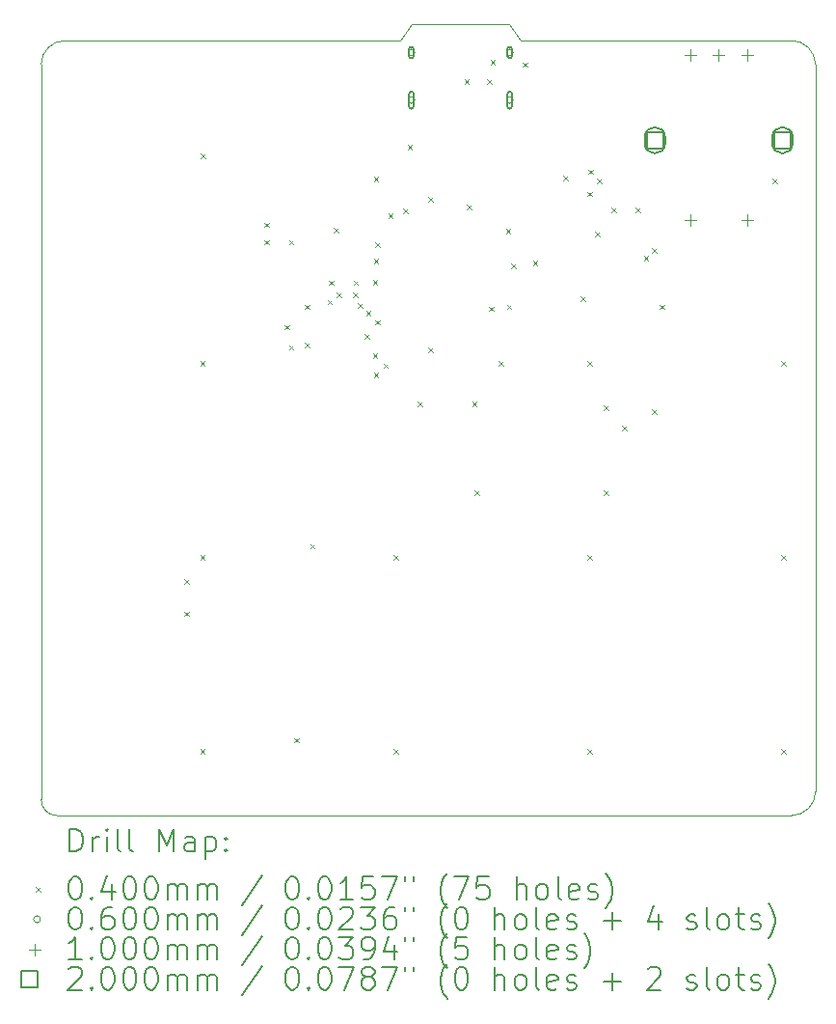
<source format=gbr>
%FSLAX45Y45*%
G04 Gerber Fmt 4.5, Leading zero omitted, Abs format (unit mm)*
G04 Created by KiCad (PCBNEW (6.0.4-0)) date 2023-09-21 22:39:34*
%MOMM*%
%LPD*%
G01*
G04 APERTURE LIST*
%TA.AperFunction,Profile*%
%ADD10C,0.100000*%
%TD*%
%ADD11C,0.200000*%
%ADD12C,0.040000*%
%ADD13C,0.060000*%
%ADD14C,0.100000*%
G04 APERTURE END LIST*
D10*
X7649996Y-1487496D02*
G75*
G03*
X7437496Y-1699999I4J-212504D01*
G01*
X14237491Y-1699999D02*
G75*
G03*
X14024993Y-1487499I-212501J-1D01*
G01*
X11545828Y-1345833D02*
X11652078Y-1487499D01*
X10589578Y-1487499D02*
X10554162Y-1487499D01*
X7437496Y-8145829D02*
X7437496Y-1699999D01*
X7649996Y-1487499D02*
X10554162Y-1487499D01*
X11687494Y-1487499D02*
X14024993Y-1487499D01*
X14237493Y-1699999D02*
X14237493Y-8074996D01*
X11687494Y-1487499D02*
X11652078Y-1487499D01*
X14024993Y-8287496D02*
X7579163Y-8287496D01*
X14024993Y-8287503D02*
G75*
G03*
X14237493Y-8074996I-3J212503D01*
G01*
X10589578Y-1487499D02*
X10695828Y-1345833D01*
X10695828Y-1345833D02*
X11545828Y-1345833D01*
X7437494Y-8145829D02*
G75*
G03*
X7579163Y-8287496I141666J-1D01*
G01*
D11*
D12*
X8692496Y-6213330D02*
X8732496Y-6253330D01*
X8732496Y-6213330D02*
X8692496Y-6253330D01*
X8692496Y-6496664D02*
X8732496Y-6536664D01*
X8732496Y-6496664D02*
X8692496Y-6536664D01*
X8834163Y-4300831D02*
X8874163Y-4340831D01*
X8874163Y-4300831D02*
X8834163Y-4340831D01*
X8834163Y-6000830D02*
X8874163Y-6040830D01*
X8874163Y-6000830D02*
X8834163Y-6040830D01*
X8834163Y-7700830D02*
X8874163Y-7740830D01*
X8874163Y-7700830D02*
X8834163Y-7740830D01*
X8840000Y-2480000D02*
X8880000Y-2520000D01*
X8880000Y-2480000D02*
X8840000Y-2520000D01*
X9400829Y-3083780D02*
X9440829Y-3123780D01*
X9440829Y-3083780D02*
X9400829Y-3123780D01*
X9400829Y-3238332D02*
X9440829Y-3278332D01*
X9440829Y-3238332D02*
X9400829Y-3278332D01*
X9578453Y-3982622D02*
X9618453Y-4022622D01*
X9618453Y-3982622D02*
X9578453Y-4022622D01*
X9613329Y-3238332D02*
X9653329Y-3278332D01*
X9653329Y-3238332D02*
X9613329Y-3278332D01*
X9613329Y-4159165D02*
X9653329Y-4199165D01*
X9653329Y-4159165D02*
X9613329Y-4199165D01*
X9659210Y-7605044D02*
X9699210Y-7645044D01*
X9699210Y-7605044D02*
X9659210Y-7645044D01*
X9754995Y-3804998D02*
X9794995Y-3844998D01*
X9794995Y-3804998D02*
X9754995Y-3844998D01*
X9754995Y-4137498D02*
X9794995Y-4177498D01*
X9794995Y-4137498D02*
X9754995Y-4177498D01*
X9800877Y-5905045D02*
X9840877Y-5945045D01*
X9840877Y-5905045D02*
X9800877Y-5945045D01*
X9953542Y-3761219D02*
X9993542Y-3801219D01*
X9993542Y-3761219D02*
X9953542Y-3801219D01*
X9967495Y-3592498D02*
X10007495Y-3632498D01*
X10007495Y-3592498D02*
X9967495Y-3632498D01*
X10006227Y-3128767D02*
X10046227Y-3168767D01*
X10046227Y-3128767D02*
X10006227Y-3168767D01*
X10032550Y-3700000D02*
X10072550Y-3740000D01*
X10072550Y-3700000D02*
X10032550Y-3740000D01*
X10177450Y-3700000D02*
X10217450Y-3740000D01*
X10217450Y-3700000D02*
X10177450Y-3740000D01*
X10179995Y-3592498D02*
X10219995Y-3632498D01*
X10219995Y-3592498D02*
X10179995Y-3632498D01*
X10219726Y-3790569D02*
X10259726Y-3830569D01*
X10259726Y-3790569D02*
X10219726Y-3830569D01*
X10280000Y-4060000D02*
X10320000Y-4100000D01*
X10320000Y-4060000D02*
X10280000Y-4100000D01*
X10290401Y-3861245D02*
X10330401Y-3901245D01*
X10330401Y-3861245D02*
X10290401Y-3901245D01*
X10350360Y-3586149D02*
X10390360Y-3626149D01*
X10390360Y-3586149D02*
X10350360Y-3626149D01*
X10350538Y-4229462D02*
X10390538Y-4269462D01*
X10390538Y-4229462D02*
X10350538Y-4269462D01*
X10360000Y-2680000D02*
X10400000Y-2720000D01*
X10400000Y-2680000D02*
X10360000Y-2720000D01*
X10360000Y-3402450D02*
X10400000Y-3442450D01*
X10400000Y-3402450D02*
X10360000Y-3442450D01*
X10360000Y-4400000D02*
X10400000Y-4440000D01*
X10400000Y-4400000D02*
X10360000Y-4440000D01*
X10368755Y-3939598D02*
X10408755Y-3979598D01*
X10408755Y-3939598D02*
X10368755Y-3979598D01*
X10370000Y-3257550D02*
X10410000Y-3297550D01*
X10410000Y-3257550D02*
X10370000Y-3297550D01*
X10442618Y-4321542D02*
X10482618Y-4361542D01*
X10482618Y-4321542D02*
X10442618Y-4361542D01*
X10484945Y-3002000D02*
X10524945Y-3042000D01*
X10524945Y-3002000D02*
X10484945Y-3042000D01*
X10534162Y-6000830D02*
X10574162Y-6040830D01*
X10574162Y-6000830D02*
X10534162Y-6040830D01*
X10534162Y-7700830D02*
X10574162Y-7740830D01*
X10574162Y-7700830D02*
X10534162Y-7740830D01*
X10615641Y-2959079D02*
X10655641Y-2999079D01*
X10655641Y-2959079D02*
X10615641Y-2999079D01*
X10656000Y-2402000D02*
X10696000Y-2442000D01*
X10696000Y-2402000D02*
X10656000Y-2442000D01*
X10746662Y-4654998D02*
X10786662Y-4694998D01*
X10786662Y-4654998D02*
X10746662Y-4694998D01*
X10839995Y-2857550D02*
X10879995Y-2897550D01*
X10879995Y-2857550D02*
X10839995Y-2897550D01*
X10840000Y-4180000D02*
X10880000Y-4220000D01*
X10880000Y-4180000D02*
X10840000Y-4220000D01*
X11155000Y-1830000D02*
X11195000Y-1870000D01*
X11195000Y-1830000D02*
X11155000Y-1870000D01*
X11173898Y-2930000D02*
X11213898Y-2970000D01*
X11213898Y-2930000D02*
X11173898Y-2970000D01*
X11222541Y-4654998D02*
X11262541Y-4694998D01*
X11262541Y-4654998D02*
X11222541Y-4694998D01*
X11242495Y-5434164D02*
X11282495Y-5474164D01*
X11282495Y-5434164D02*
X11242495Y-5474164D01*
X11355000Y-1830000D02*
X11395000Y-1870000D01*
X11395000Y-1830000D02*
X11355000Y-1870000D01*
X11368359Y-3820822D02*
X11408359Y-3860822D01*
X11408359Y-3820822D02*
X11368359Y-3860822D01*
X11384161Y-1657550D02*
X11424161Y-1697550D01*
X11424161Y-1657550D02*
X11384161Y-1697550D01*
X11455011Y-4300837D02*
X11495011Y-4340837D01*
X11495011Y-4300837D02*
X11455011Y-4340837D01*
X11520000Y-3141450D02*
X11560000Y-3181450D01*
X11560000Y-3141450D02*
X11520000Y-3181450D01*
X11527445Y-3804998D02*
X11567445Y-3844998D01*
X11567445Y-3804998D02*
X11527445Y-3844998D01*
X11563836Y-3443836D02*
X11603836Y-3483836D01*
X11603836Y-3443836D02*
X11563836Y-3483836D01*
X11667494Y-1679999D02*
X11707494Y-1719999D01*
X11707494Y-1679999D02*
X11667494Y-1719999D01*
X11756009Y-3420000D02*
X11796009Y-3460000D01*
X11796009Y-3420000D02*
X11756009Y-3460000D01*
X12021661Y-2671665D02*
X12061661Y-2711665D01*
X12061661Y-2671665D02*
X12021661Y-2711665D01*
X12173449Y-3732135D02*
X12213449Y-3772135D01*
X12213449Y-3732135D02*
X12173449Y-3772135D01*
X12234161Y-2813332D02*
X12274161Y-2853332D01*
X12274161Y-2813332D02*
X12234161Y-2853332D01*
X12234161Y-4300831D02*
X12274161Y-4340831D01*
X12274161Y-4300831D02*
X12234161Y-4340831D01*
X12234161Y-6000830D02*
X12274161Y-6040830D01*
X12274161Y-6000830D02*
X12234161Y-6040830D01*
X12234161Y-7700830D02*
X12274161Y-7740830D01*
X12274161Y-7700830D02*
X12234161Y-7740830D01*
X12240000Y-2620000D02*
X12280000Y-2660000D01*
X12280000Y-2620000D02*
X12240000Y-2660000D01*
X12304994Y-3167498D02*
X12344994Y-3207498D01*
X12344994Y-3167498D02*
X12304994Y-3207498D01*
X12320000Y-2700000D02*
X12360000Y-2740000D01*
X12360000Y-2700000D02*
X12320000Y-2740000D01*
X12375827Y-4690098D02*
X12415827Y-4730098D01*
X12415827Y-4690098D02*
X12375827Y-4730098D01*
X12375827Y-5434164D02*
X12415827Y-5474164D01*
X12415827Y-5434164D02*
X12375827Y-5474164D01*
X12446661Y-2954999D02*
X12486661Y-2994999D01*
X12486661Y-2954999D02*
X12446661Y-2994999D01*
X12540000Y-4869950D02*
X12580000Y-4909950D01*
X12580000Y-4869950D02*
X12540000Y-4909950D01*
X12659161Y-2954999D02*
X12699161Y-2994999D01*
X12699161Y-2954999D02*
X12659161Y-2994999D01*
X12729994Y-3379998D02*
X12769994Y-3419998D01*
X12769994Y-3379998D02*
X12729994Y-3419998D01*
X12800827Y-3309165D02*
X12840827Y-3349165D01*
X12840827Y-3309165D02*
X12800827Y-3349165D01*
X12800845Y-4725838D02*
X12840845Y-4765838D01*
X12840845Y-4725838D02*
X12800845Y-4765838D01*
X12871661Y-3804998D02*
X12911661Y-3844998D01*
X12911661Y-3804998D02*
X12871661Y-3844998D01*
X13860000Y-2700000D02*
X13900000Y-2740000D01*
X13900000Y-2700000D02*
X13860000Y-2740000D01*
X13934160Y-4300831D02*
X13974160Y-4340831D01*
X13974160Y-4300831D02*
X13934160Y-4340831D01*
X13934160Y-6000830D02*
X13974160Y-6040830D01*
X13974160Y-6000830D02*
X13934160Y-6040830D01*
X13934160Y-7700830D02*
X13974160Y-7740830D01*
X13974160Y-7700830D02*
X13934160Y-7740830D01*
D13*
X10718828Y-1592499D02*
G75*
G03*
X10718828Y-1592499I-30000J0D01*
G01*
D11*
X10668828Y-1562499D02*
X10668828Y-1622499D01*
X10708828Y-1562499D02*
X10708828Y-1622499D01*
X10668828Y-1622499D02*
G75*
G03*
X10708828Y-1622499I20000J0D01*
G01*
X10708828Y-1562499D02*
G75*
G03*
X10668828Y-1562499I-20000J0D01*
G01*
D13*
X10718828Y-2010499D02*
G75*
G03*
X10718828Y-2010499I-30000J0D01*
G01*
D11*
X10668828Y-1955499D02*
X10668828Y-2065499D01*
X10708828Y-1955499D02*
X10708828Y-2065499D01*
X10668828Y-2065499D02*
G75*
G03*
X10708828Y-2065499I20000J0D01*
G01*
X10708828Y-1955499D02*
G75*
G03*
X10668828Y-1955499I-20000J0D01*
G01*
D13*
X11582828Y-1592499D02*
G75*
G03*
X11582828Y-1592499I-30000J0D01*
G01*
D11*
X11532828Y-1562499D02*
X11532828Y-1622499D01*
X11572828Y-1562499D02*
X11572828Y-1622499D01*
X11532828Y-1622499D02*
G75*
G03*
X11572828Y-1622499I20000J0D01*
G01*
X11572828Y-1562499D02*
G75*
G03*
X11532828Y-1562499I-20000J0D01*
G01*
D13*
X11582828Y-2010499D02*
G75*
G03*
X11582828Y-2010499I-30000J0D01*
G01*
D11*
X11532828Y-1955499D02*
X11532828Y-2065499D01*
X11572828Y-1955499D02*
X11572828Y-2065499D01*
X11532828Y-2065499D02*
G75*
G03*
X11572828Y-2065499I20000J0D01*
G01*
X11572828Y-1955499D02*
G75*
G03*
X11532828Y-1955499I-20000J0D01*
G01*
D14*
X13137513Y-1562502D02*
X13137513Y-1662502D01*
X13087513Y-1612502D02*
X13187513Y-1612502D01*
X13137513Y-3012502D02*
X13137513Y-3112502D01*
X13087513Y-3062502D02*
X13187513Y-3062502D01*
X13387513Y-1562502D02*
X13387513Y-1662502D01*
X13337513Y-1612502D02*
X13437513Y-1612502D01*
X13637513Y-1562502D02*
X13637513Y-1662502D01*
X13587513Y-1612502D02*
X13687513Y-1612502D01*
X13637513Y-3012502D02*
X13637513Y-3112502D01*
X13587513Y-3062502D02*
X13687513Y-3062502D01*
D11*
X12898224Y-2433214D02*
X12898224Y-2291791D01*
X12756801Y-2291791D01*
X12756801Y-2433214D01*
X12898224Y-2433214D01*
X12737513Y-2337502D02*
X12737513Y-2387502D01*
X12917513Y-2337502D02*
X12917513Y-2387502D01*
X12737513Y-2387502D02*
G75*
G03*
X12917513Y-2387502I90000J0D01*
G01*
X12917513Y-2337502D02*
G75*
G03*
X12737513Y-2337502I-90000J0D01*
G01*
X14018224Y-2433214D02*
X14018224Y-2291791D01*
X13876801Y-2291791D01*
X13876801Y-2433214D01*
X14018224Y-2433214D01*
X13857513Y-2337502D02*
X13857513Y-2387502D01*
X14037513Y-2337502D02*
X14037513Y-2387502D01*
X13857513Y-2387502D02*
G75*
G03*
X14037513Y-2387502I90000J0D01*
G01*
X14037513Y-2337502D02*
G75*
G03*
X13857513Y-2337502I-90000J0D01*
G01*
X7690115Y-8602972D02*
X7690115Y-8402972D01*
X7737734Y-8402972D01*
X7766306Y-8412496D01*
X7785354Y-8431544D01*
X7794877Y-8450591D01*
X7804401Y-8488687D01*
X7804401Y-8517258D01*
X7794877Y-8555353D01*
X7785354Y-8574401D01*
X7766306Y-8593448D01*
X7737734Y-8602972D01*
X7690115Y-8602972D01*
X7890115Y-8602972D02*
X7890115Y-8469639D01*
X7890115Y-8507734D02*
X7899639Y-8488687D01*
X7909163Y-8479163D01*
X7928211Y-8469639D01*
X7947258Y-8469639D01*
X8013925Y-8602972D02*
X8013925Y-8469639D01*
X8013925Y-8402972D02*
X8004401Y-8412496D01*
X8013925Y-8422020D01*
X8023449Y-8412496D01*
X8013925Y-8402972D01*
X8013925Y-8422020D01*
X8137734Y-8602972D02*
X8118687Y-8593448D01*
X8109163Y-8574401D01*
X8109163Y-8402972D01*
X8242496Y-8602972D02*
X8223449Y-8593448D01*
X8213925Y-8574401D01*
X8213925Y-8402972D01*
X8471068Y-8602972D02*
X8471068Y-8402972D01*
X8537735Y-8545829D01*
X8604401Y-8402972D01*
X8604401Y-8602972D01*
X8785354Y-8602972D02*
X8785354Y-8498210D01*
X8775830Y-8479163D01*
X8756782Y-8469639D01*
X8718687Y-8469639D01*
X8699639Y-8479163D01*
X8785354Y-8593448D02*
X8766306Y-8602972D01*
X8718687Y-8602972D01*
X8699639Y-8593448D01*
X8690116Y-8574401D01*
X8690116Y-8555353D01*
X8699639Y-8536306D01*
X8718687Y-8526782D01*
X8766306Y-8526782D01*
X8785354Y-8517258D01*
X8880592Y-8469639D02*
X8880592Y-8669639D01*
X8880592Y-8479163D02*
X8899639Y-8469639D01*
X8937735Y-8469639D01*
X8956782Y-8479163D01*
X8966306Y-8488687D01*
X8975830Y-8507734D01*
X8975830Y-8564877D01*
X8966306Y-8583925D01*
X8956782Y-8593448D01*
X8937735Y-8602972D01*
X8899639Y-8602972D01*
X8880592Y-8593448D01*
X9061544Y-8583925D02*
X9071068Y-8593448D01*
X9061544Y-8602972D01*
X9052020Y-8593448D01*
X9061544Y-8583925D01*
X9061544Y-8602972D01*
X9061544Y-8479163D02*
X9071068Y-8488687D01*
X9061544Y-8498210D01*
X9052020Y-8488687D01*
X9061544Y-8479163D01*
X9061544Y-8498210D01*
D12*
X7392496Y-8912496D02*
X7432496Y-8952496D01*
X7432496Y-8912496D02*
X7392496Y-8952496D01*
D11*
X7728211Y-8822972D02*
X7747258Y-8822972D01*
X7766306Y-8832496D01*
X7775830Y-8842020D01*
X7785354Y-8861068D01*
X7794877Y-8899163D01*
X7794877Y-8946782D01*
X7785354Y-8984877D01*
X7775830Y-9003925D01*
X7766306Y-9013448D01*
X7747258Y-9022972D01*
X7728211Y-9022972D01*
X7709163Y-9013448D01*
X7699639Y-9003925D01*
X7690115Y-8984877D01*
X7680592Y-8946782D01*
X7680592Y-8899163D01*
X7690115Y-8861068D01*
X7699639Y-8842020D01*
X7709163Y-8832496D01*
X7728211Y-8822972D01*
X7880592Y-9003925D02*
X7890115Y-9013448D01*
X7880592Y-9022972D01*
X7871068Y-9013448D01*
X7880592Y-9003925D01*
X7880592Y-9022972D01*
X8061544Y-8889639D02*
X8061544Y-9022972D01*
X8013925Y-8813448D02*
X7966306Y-8956306D01*
X8090115Y-8956306D01*
X8204401Y-8822972D02*
X8223449Y-8822972D01*
X8242496Y-8832496D01*
X8252020Y-8842020D01*
X8261544Y-8861068D01*
X8271068Y-8899163D01*
X8271068Y-8946782D01*
X8261544Y-8984877D01*
X8252020Y-9003925D01*
X8242496Y-9013448D01*
X8223449Y-9022972D01*
X8204401Y-9022972D01*
X8185354Y-9013448D01*
X8175830Y-9003925D01*
X8166306Y-8984877D01*
X8156782Y-8946782D01*
X8156782Y-8899163D01*
X8166306Y-8861068D01*
X8175830Y-8842020D01*
X8185354Y-8832496D01*
X8204401Y-8822972D01*
X8394877Y-8822972D02*
X8413925Y-8822972D01*
X8432973Y-8832496D01*
X8442497Y-8842020D01*
X8452020Y-8861068D01*
X8461544Y-8899163D01*
X8461544Y-8946782D01*
X8452020Y-8984877D01*
X8442497Y-9003925D01*
X8432973Y-9013448D01*
X8413925Y-9022972D01*
X8394877Y-9022972D01*
X8375830Y-9013448D01*
X8366306Y-9003925D01*
X8356782Y-8984877D01*
X8347258Y-8946782D01*
X8347258Y-8899163D01*
X8356782Y-8861068D01*
X8366306Y-8842020D01*
X8375830Y-8832496D01*
X8394877Y-8822972D01*
X8547258Y-9022972D02*
X8547258Y-8889639D01*
X8547258Y-8908687D02*
X8556782Y-8899163D01*
X8575830Y-8889639D01*
X8604401Y-8889639D01*
X8623449Y-8899163D01*
X8632973Y-8918210D01*
X8632973Y-9022972D01*
X8632973Y-8918210D02*
X8642497Y-8899163D01*
X8661544Y-8889639D01*
X8690116Y-8889639D01*
X8709163Y-8899163D01*
X8718687Y-8918210D01*
X8718687Y-9022972D01*
X8813925Y-9022972D02*
X8813925Y-8889639D01*
X8813925Y-8908687D02*
X8823449Y-8899163D01*
X8842497Y-8889639D01*
X8871068Y-8889639D01*
X8890116Y-8899163D01*
X8899639Y-8918210D01*
X8899639Y-9022972D01*
X8899639Y-8918210D02*
X8909163Y-8899163D01*
X8928211Y-8889639D01*
X8956782Y-8889639D01*
X8975830Y-8899163D01*
X8985354Y-8918210D01*
X8985354Y-9022972D01*
X9375830Y-8813448D02*
X9204401Y-9070591D01*
X9632973Y-8822972D02*
X9652020Y-8822972D01*
X9671068Y-8832496D01*
X9680592Y-8842020D01*
X9690116Y-8861068D01*
X9699639Y-8899163D01*
X9699639Y-8946782D01*
X9690116Y-8984877D01*
X9680592Y-9003925D01*
X9671068Y-9013448D01*
X9652020Y-9022972D01*
X9632973Y-9022972D01*
X9613925Y-9013448D01*
X9604401Y-9003925D01*
X9594877Y-8984877D01*
X9585354Y-8946782D01*
X9585354Y-8899163D01*
X9594877Y-8861068D01*
X9604401Y-8842020D01*
X9613925Y-8832496D01*
X9632973Y-8822972D01*
X9785354Y-9003925D02*
X9794877Y-9013448D01*
X9785354Y-9022972D01*
X9775830Y-9013448D01*
X9785354Y-9003925D01*
X9785354Y-9022972D01*
X9918687Y-8822972D02*
X9937735Y-8822972D01*
X9956782Y-8832496D01*
X9966306Y-8842020D01*
X9975830Y-8861068D01*
X9985354Y-8899163D01*
X9985354Y-8946782D01*
X9975830Y-8984877D01*
X9966306Y-9003925D01*
X9956782Y-9013448D01*
X9937735Y-9022972D01*
X9918687Y-9022972D01*
X9899639Y-9013448D01*
X9890116Y-9003925D01*
X9880592Y-8984877D01*
X9871068Y-8946782D01*
X9871068Y-8899163D01*
X9880592Y-8861068D01*
X9890116Y-8842020D01*
X9899639Y-8832496D01*
X9918687Y-8822972D01*
X10175830Y-9022972D02*
X10061544Y-9022972D01*
X10118687Y-9022972D02*
X10118687Y-8822972D01*
X10099639Y-8851544D01*
X10080592Y-8870591D01*
X10061544Y-8880115D01*
X10356782Y-8822972D02*
X10261544Y-8822972D01*
X10252020Y-8918210D01*
X10261544Y-8908687D01*
X10280592Y-8899163D01*
X10328211Y-8899163D01*
X10347258Y-8908687D01*
X10356782Y-8918210D01*
X10366306Y-8937258D01*
X10366306Y-8984877D01*
X10356782Y-9003925D01*
X10347258Y-9013448D01*
X10328211Y-9022972D01*
X10280592Y-9022972D01*
X10261544Y-9013448D01*
X10252020Y-9003925D01*
X10432973Y-8822972D02*
X10566306Y-8822972D01*
X10480592Y-9022972D01*
X10632973Y-8822972D02*
X10632973Y-8861068D01*
X10709163Y-8822972D02*
X10709163Y-8861068D01*
X11004401Y-9099163D02*
X10994877Y-9089639D01*
X10975830Y-9061068D01*
X10966306Y-9042020D01*
X10956782Y-9013448D01*
X10947258Y-8965829D01*
X10947258Y-8927734D01*
X10956782Y-8880115D01*
X10966306Y-8851544D01*
X10975830Y-8832496D01*
X10994877Y-8803925D01*
X11004401Y-8794401D01*
X11061544Y-8822972D02*
X11194877Y-8822972D01*
X11109163Y-9022972D01*
X11366306Y-8822972D02*
X11271068Y-8822972D01*
X11261544Y-8918210D01*
X11271068Y-8908687D01*
X11290115Y-8899163D01*
X11337734Y-8899163D01*
X11356782Y-8908687D01*
X11366306Y-8918210D01*
X11375830Y-8937258D01*
X11375830Y-8984877D01*
X11366306Y-9003925D01*
X11356782Y-9013448D01*
X11337734Y-9022972D01*
X11290115Y-9022972D01*
X11271068Y-9013448D01*
X11261544Y-9003925D01*
X11613925Y-9022972D02*
X11613925Y-8822972D01*
X11699639Y-9022972D02*
X11699639Y-8918210D01*
X11690115Y-8899163D01*
X11671068Y-8889639D01*
X11642496Y-8889639D01*
X11623449Y-8899163D01*
X11613925Y-8908687D01*
X11823449Y-9022972D02*
X11804401Y-9013448D01*
X11794877Y-9003925D01*
X11785354Y-8984877D01*
X11785354Y-8927734D01*
X11794877Y-8908687D01*
X11804401Y-8899163D01*
X11823449Y-8889639D01*
X11852020Y-8889639D01*
X11871068Y-8899163D01*
X11880592Y-8908687D01*
X11890115Y-8927734D01*
X11890115Y-8984877D01*
X11880592Y-9003925D01*
X11871068Y-9013448D01*
X11852020Y-9022972D01*
X11823449Y-9022972D01*
X12004401Y-9022972D02*
X11985354Y-9013448D01*
X11975830Y-8994401D01*
X11975830Y-8822972D01*
X12156782Y-9013448D02*
X12137734Y-9022972D01*
X12099639Y-9022972D01*
X12080592Y-9013448D01*
X12071068Y-8994401D01*
X12071068Y-8918210D01*
X12080592Y-8899163D01*
X12099639Y-8889639D01*
X12137734Y-8889639D01*
X12156782Y-8899163D01*
X12166306Y-8918210D01*
X12166306Y-8937258D01*
X12071068Y-8956306D01*
X12242496Y-9013448D02*
X12261544Y-9022972D01*
X12299639Y-9022972D01*
X12318687Y-9013448D01*
X12328211Y-8994401D01*
X12328211Y-8984877D01*
X12318687Y-8965829D01*
X12299639Y-8956306D01*
X12271068Y-8956306D01*
X12252020Y-8946782D01*
X12242496Y-8927734D01*
X12242496Y-8918210D01*
X12252020Y-8899163D01*
X12271068Y-8889639D01*
X12299639Y-8889639D01*
X12318687Y-8899163D01*
X12394877Y-9099163D02*
X12404401Y-9089639D01*
X12423449Y-9061068D01*
X12432973Y-9042020D01*
X12442496Y-9013448D01*
X12452020Y-8965829D01*
X12452020Y-8927734D01*
X12442496Y-8880115D01*
X12432973Y-8851544D01*
X12423449Y-8832496D01*
X12404401Y-8803925D01*
X12394877Y-8794401D01*
D13*
X7432496Y-9196496D02*
G75*
G03*
X7432496Y-9196496I-30000J0D01*
G01*
D11*
X7728211Y-9086972D02*
X7747258Y-9086972D01*
X7766306Y-9096496D01*
X7775830Y-9106020D01*
X7785354Y-9125068D01*
X7794877Y-9163163D01*
X7794877Y-9210782D01*
X7785354Y-9248877D01*
X7775830Y-9267925D01*
X7766306Y-9277448D01*
X7747258Y-9286972D01*
X7728211Y-9286972D01*
X7709163Y-9277448D01*
X7699639Y-9267925D01*
X7690115Y-9248877D01*
X7680592Y-9210782D01*
X7680592Y-9163163D01*
X7690115Y-9125068D01*
X7699639Y-9106020D01*
X7709163Y-9096496D01*
X7728211Y-9086972D01*
X7880592Y-9267925D02*
X7890115Y-9277448D01*
X7880592Y-9286972D01*
X7871068Y-9277448D01*
X7880592Y-9267925D01*
X7880592Y-9286972D01*
X8061544Y-9086972D02*
X8023449Y-9086972D01*
X8004401Y-9096496D01*
X7994877Y-9106020D01*
X7975830Y-9134591D01*
X7966306Y-9172687D01*
X7966306Y-9248877D01*
X7975830Y-9267925D01*
X7985354Y-9277448D01*
X8004401Y-9286972D01*
X8042496Y-9286972D01*
X8061544Y-9277448D01*
X8071068Y-9267925D01*
X8080592Y-9248877D01*
X8080592Y-9201258D01*
X8071068Y-9182210D01*
X8061544Y-9172687D01*
X8042496Y-9163163D01*
X8004401Y-9163163D01*
X7985354Y-9172687D01*
X7975830Y-9182210D01*
X7966306Y-9201258D01*
X8204401Y-9086972D02*
X8223449Y-9086972D01*
X8242496Y-9096496D01*
X8252020Y-9106020D01*
X8261544Y-9125068D01*
X8271068Y-9163163D01*
X8271068Y-9210782D01*
X8261544Y-9248877D01*
X8252020Y-9267925D01*
X8242496Y-9277448D01*
X8223449Y-9286972D01*
X8204401Y-9286972D01*
X8185354Y-9277448D01*
X8175830Y-9267925D01*
X8166306Y-9248877D01*
X8156782Y-9210782D01*
X8156782Y-9163163D01*
X8166306Y-9125068D01*
X8175830Y-9106020D01*
X8185354Y-9096496D01*
X8204401Y-9086972D01*
X8394877Y-9086972D02*
X8413925Y-9086972D01*
X8432973Y-9096496D01*
X8442497Y-9106020D01*
X8452020Y-9125068D01*
X8461544Y-9163163D01*
X8461544Y-9210782D01*
X8452020Y-9248877D01*
X8442497Y-9267925D01*
X8432973Y-9277448D01*
X8413925Y-9286972D01*
X8394877Y-9286972D01*
X8375830Y-9277448D01*
X8366306Y-9267925D01*
X8356782Y-9248877D01*
X8347258Y-9210782D01*
X8347258Y-9163163D01*
X8356782Y-9125068D01*
X8366306Y-9106020D01*
X8375830Y-9096496D01*
X8394877Y-9086972D01*
X8547258Y-9286972D02*
X8547258Y-9153639D01*
X8547258Y-9172687D02*
X8556782Y-9163163D01*
X8575830Y-9153639D01*
X8604401Y-9153639D01*
X8623449Y-9163163D01*
X8632973Y-9182210D01*
X8632973Y-9286972D01*
X8632973Y-9182210D02*
X8642497Y-9163163D01*
X8661544Y-9153639D01*
X8690116Y-9153639D01*
X8709163Y-9163163D01*
X8718687Y-9182210D01*
X8718687Y-9286972D01*
X8813925Y-9286972D02*
X8813925Y-9153639D01*
X8813925Y-9172687D02*
X8823449Y-9163163D01*
X8842497Y-9153639D01*
X8871068Y-9153639D01*
X8890116Y-9163163D01*
X8899639Y-9182210D01*
X8899639Y-9286972D01*
X8899639Y-9182210D02*
X8909163Y-9163163D01*
X8928211Y-9153639D01*
X8956782Y-9153639D01*
X8975830Y-9163163D01*
X8985354Y-9182210D01*
X8985354Y-9286972D01*
X9375830Y-9077448D02*
X9204401Y-9334591D01*
X9632973Y-9086972D02*
X9652020Y-9086972D01*
X9671068Y-9096496D01*
X9680592Y-9106020D01*
X9690116Y-9125068D01*
X9699639Y-9163163D01*
X9699639Y-9210782D01*
X9690116Y-9248877D01*
X9680592Y-9267925D01*
X9671068Y-9277448D01*
X9652020Y-9286972D01*
X9632973Y-9286972D01*
X9613925Y-9277448D01*
X9604401Y-9267925D01*
X9594877Y-9248877D01*
X9585354Y-9210782D01*
X9585354Y-9163163D01*
X9594877Y-9125068D01*
X9604401Y-9106020D01*
X9613925Y-9096496D01*
X9632973Y-9086972D01*
X9785354Y-9267925D02*
X9794877Y-9277448D01*
X9785354Y-9286972D01*
X9775830Y-9277448D01*
X9785354Y-9267925D01*
X9785354Y-9286972D01*
X9918687Y-9086972D02*
X9937735Y-9086972D01*
X9956782Y-9096496D01*
X9966306Y-9106020D01*
X9975830Y-9125068D01*
X9985354Y-9163163D01*
X9985354Y-9210782D01*
X9975830Y-9248877D01*
X9966306Y-9267925D01*
X9956782Y-9277448D01*
X9937735Y-9286972D01*
X9918687Y-9286972D01*
X9899639Y-9277448D01*
X9890116Y-9267925D01*
X9880592Y-9248877D01*
X9871068Y-9210782D01*
X9871068Y-9163163D01*
X9880592Y-9125068D01*
X9890116Y-9106020D01*
X9899639Y-9096496D01*
X9918687Y-9086972D01*
X10061544Y-9106020D02*
X10071068Y-9096496D01*
X10090116Y-9086972D01*
X10137735Y-9086972D01*
X10156782Y-9096496D01*
X10166306Y-9106020D01*
X10175830Y-9125068D01*
X10175830Y-9144115D01*
X10166306Y-9172687D01*
X10052020Y-9286972D01*
X10175830Y-9286972D01*
X10242497Y-9086972D02*
X10366306Y-9086972D01*
X10299639Y-9163163D01*
X10328211Y-9163163D01*
X10347258Y-9172687D01*
X10356782Y-9182210D01*
X10366306Y-9201258D01*
X10366306Y-9248877D01*
X10356782Y-9267925D01*
X10347258Y-9277448D01*
X10328211Y-9286972D01*
X10271068Y-9286972D01*
X10252020Y-9277448D01*
X10242497Y-9267925D01*
X10537735Y-9086972D02*
X10499639Y-9086972D01*
X10480592Y-9096496D01*
X10471068Y-9106020D01*
X10452020Y-9134591D01*
X10442496Y-9172687D01*
X10442496Y-9248877D01*
X10452020Y-9267925D01*
X10461544Y-9277448D01*
X10480592Y-9286972D01*
X10518687Y-9286972D01*
X10537735Y-9277448D01*
X10547258Y-9267925D01*
X10556782Y-9248877D01*
X10556782Y-9201258D01*
X10547258Y-9182210D01*
X10537735Y-9172687D01*
X10518687Y-9163163D01*
X10480592Y-9163163D01*
X10461544Y-9172687D01*
X10452020Y-9182210D01*
X10442496Y-9201258D01*
X10632973Y-9086972D02*
X10632973Y-9125068D01*
X10709163Y-9086972D02*
X10709163Y-9125068D01*
X11004401Y-9363163D02*
X10994877Y-9353639D01*
X10975830Y-9325068D01*
X10966306Y-9306020D01*
X10956782Y-9277448D01*
X10947258Y-9229829D01*
X10947258Y-9191734D01*
X10956782Y-9144115D01*
X10966306Y-9115544D01*
X10975830Y-9096496D01*
X10994877Y-9067925D01*
X11004401Y-9058401D01*
X11118687Y-9086972D02*
X11137735Y-9086972D01*
X11156782Y-9096496D01*
X11166306Y-9106020D01*
X11175830Y-9125068D01*
X11185354Y-9163163D01*
X11185354Y-9210782D01*
X11175830Y-9248877D01*
X11166306Y-9267925D01*
X11156782Y-9277448D01*
X11137735Y-9286972D01*
X11118687Y-9286972D01*
X11099639Y-9277448D01*
X11090116Y-9267925D01*
X11080592Y-9248877D01*
X11071068Y-9210782D01*
X11071068Y-9163163D01*
X11080592Y-9125068D01*
X11090116Y-9106020D01*
X11099639Y-9096496D01*
X11118687Y-9086972D01*
X11423449Y-9286972D02*
X11423449Y-9086972D01*
X11509163Y-9286972D02*
X11509163Y-9182210D01*
X11499639Y-9163163D01*
X11480592Y-9153639D01*
X11452020Y-9153639D01*
X11432973Y-9163163D01*
X11423449Y-9172687D01*
X11632973Y-9286972D02*
X11613925Y-9277448D01*
X11604401Y-9267925D01*
X11594877Y-9248877D01*
X11594877Y-9191734D01*
X11604401Y-9172687D01*
X11613925Y-9163163D01*
X11632973Y-9153639D01*
X11661544Y-9153639D01*
X11680592Y-9163163D01*
X11690115Y-9172687D01*
X11699639Y-9191734D01*
X11699639Y-9248877D01*
X11690115Y-9267925D01*
X11680592Y-9277448D01*
X11661544Y-9286972D01*
X11632973Y-9286972D01*
X11813925Y-9286972D02*
X11794877Y-9277448D01*
X11785354Y-9258401D01*
X11785354Y-9086972D01*
X11966306Y-9277448D02*
X11947258Y-9286972D01*
X11909163Y-9286972D01*
X11890115Y-9277448D01*
X11880592Y-9258401D01*
X11880592Y-9182210D01*
X11890115Y-9163163D01*
X11909163Y-9153639D01*
X11947258Y-9153639D01*
X11966306Y-9163163D01*
X11975830Y-9182210D01*
X11975830Y-9201258D01*
X11880592Y-9220306D01*
X12052020Y-9277448D02*
X12071068Y-9286972D01*
X12109163Y-9286972D01*
X12128211Y-9277448D01*
X12137734Y-9258401D01*
X12137734Y-9248877D01*
X12128211Y-9229829D01*
X12109163Y-9220306D01*
X12080592Y-9220306D01*
X12061544Y-9210782D01*
X12052020Y-9191734D01*
X12052020Y-9182210D01*
X12061544Y-9163163D01*
X12080592Y-9153639D01*
X12109163Y-9153639D01*
X12128211Y-9163163D01*
X12375830Y-9210782D02*
X12528211Y-9210782D01*
X12452020Y-9286972D02*
X12452020Y-9134591D01*
X12861544Y-9153639D02*
X12861544Y-9286972D01*
X12813925Y-9077448D02*
X12766306Y-9220306D01*
X12890115Y-9220306D01*
X13109163Y-9277448D02*
X13128211Y-9286972D01*
X13166306Y-9286972D01*
X13185354Y-9277448D01*
X13194877Y-9258401D01*
X13194877Y-9248877D01*
X13185354Y-9229829D01*
X13166306Y-9220306D01*
X13137734Y-9220306D01*
X13118687Y-9210782D01*
X13109163Y-9191734D01*
X13109163Y-9182210D01*
X13118687Y-9163163D01*
X13137734Y-9153639D01*
X13166306Y-9153639D01*
X13185354Y-9163163D01*
X13309163Y-9286972D02*
X13290115Y-9277448D01*
X13280592Y-9258401D01*
X13280592Y-9086972D01*
X13413925Y-9286972D02*
X13394877Y-9277448D01*
X13385354Y-9267925D01*
X13375830Y-9248877D01*
X13375830Y-9191734D01*
X13385354Y-9172687D01*
X13394877Y-9163163D01*
X13413925Y-9153639D01*
X13442496Y-9153639D01*
X13461544Y-9163163D01*
X13471068Y-9172687D01*
X13480592Y-9191734D01*
X13480592Y-9248877D01*
X13471068Y-9267925D01*
X13461544Y-9277448D01*
X13442496Y-9286972D01*
X13413925Y-9286972D01*
X13537734Y-9153639D02*
X13613925Y-9153639D01*
X13566306Y-9086972D02*
X13566306Y-9258401D01*
X13575830Y-9277448D01*
X13594877Y-9286972D01*
X13613925Y-9286972D01*
X13671068Y-9277448D02*
X13690115Y-9286972D01*
X13728211Y-9286972D01*
X13747258Y-9277448D01*
X13756782Y-9258401D01*
X13756782Y-9248877D01*
X13747258Y-9229829D01*
X13728211Y-9220306D01*
X13699639Y-9220306D01*
X13680592Y-9210782D01*
X13671068Y-9191734D01*
X13671068Y-9182210D01*
X13680592Y-9163163D01*
X13699639Y-9153639D01*
X13728211Y-9153639D01*
X13747258Y-9163163D01*
X13823449Y-9363163D02*
X13832973Y-9353639D01*
X13852020Y-9325068D01*
X13861544Y-9306020D01*
X13871068Y-9277448D01*
X13880592Y-9229829D01*
X13880592Y-9191734D01*
X13871068Y-9144115D01*
X13861544Y-9115544D01*
X13852020Y-9096496D01*
X13832973Y-9067925D01*
X13823449Y-9058401D01*
D14*
X7382496Y-9410496D02*
X7382496Y-9510496D01*
X7332496Y-9460496D02*
X7432496Y-9460496D01*
D11*
X7794877Y-9550972D02*
X7680592Y-9550972D01*
X7737734Y-9550972D02*
X7737734Y-9350972D01*
X7718687Y-9379544D01*
X7699639Y-9398591D01*
X7680592Y-9408115D01*
X7880592Y-9531925D02*
X7890115Y-9541448D01*
X7880592Y-9550972D01*
X7871068Y-9541448D01*
X7880592Y-9531925D01*
X7880592Y-9550972D01*
X8013925Y-9350972D02*
X8032973Y-9350972D01*
X8052020Y-9360496D01*
X8061544Y-9370020D01*
X8071068Y-9389068D01*
X8080592Y-9427163D01*
X8080592Y-9474782D01*
X8071068Y-9512877D01*
X8061544Y-9531925D01*
X8052020Y-9541448D01*
X8032973Y-9550972D01*
X8013925Y-9550972D01*
X7994877Y-9541448D01*
X7985354Y-9531925D01*
X7975830Y-9512877D01*
X7966306Y-9474782D01*
X7966306Y-9427163D01*
X7975830Y-9389068D01*
X7985354Y-9370020D01*
X7994877Y-9360496D01*
X8013925Y-9350972D01*
X8204401Y-9350972D02*
X8223449Y-9350972D01*
X8242496Y-9360496D01*
X8252020Y-9370020D01*
X8261544Y-9389068D01*
X8271068Y-9427163D01*
X8271068Y-9474782D01*
X8261544Y-9512877D01*
X8252020Y-9531925D01*
X8242496Y-9541448D01*
X8223449Y-9550972D01*
X8204401Y-9550972D01*
X8185354Y-9541448D01*
X8175830Y-9531925D01*
X8166306Y-9512877D01*
X8156782Y-9474782D01*
X8156782Y-9427163D01*
X8166306Y-9389068D01*
X8175830Y-9370020D01*
X8185354Y-9360496D01*
X8204401Y-9350972D01*
X8394877Y-9350972D02*
X8413925Y-9350972D01*
X8432973Y-9360496D01*
X8442497Y-9370020D01*
X8452020Y-9389068D01*
X8461544Y-9427163D01*
X8461544Y-9474782D01*
X8452020Y-9512877D01*
X8442497Y-9531925D01*
X8432973Y-9541448D01*
X8413925Y-9550972D01*
X8394877Y-9550972D01*
X8375830Y-9541448D01*
X8366306Y-9531925D01*
X8356782Y-9512877D01*
X8347258Y-9474782D01*
X8347258Y-9427163D01*
X8356782Y-9389068D01*
X8366306Y-9370020D01*
X8375830Y-9360496D01*
X8394877Y-9350972D01*
X8547258Y-9550972D02*
X8547258Y-9417639D01*
X8547258Y-9436687D02*
X8556782Y-9427163D01*
X8575830Y-9417639D01*
X8604401Y-9417639D01*
X8623449Y-9427163D01*
X8632973Y-9446210D01*
X8632973Y-9550972D01*
X8632973Y-9446210D02*
X8642497Y-9427163D01*
X8661544Y-9417639D01*
X8690116Y-9417639D01*
X8709163Y-9427163D01*
X8718687Y-9446210D01*
X8718687Y-9550972D01*
X8813925Y-9550972D02*
X8813925Y-9417639D01*
X8813925Y-9436687D02*
X8823449Y-9427163D01*
X8842497Y-9417639D01*
X8871068Y-9417639D01*
X8890116Y-9427163D01*
X8899639Y-9446210D01*
X8899639Y-9550972D01*
X8899639Y-9446210D02*
X8909163Y-9427163D01*
X8928211Y-9417639D01*
X8956782Y-9417639D01*
X8975830Y-9427163D01*
X8985354Y-9446210D01*
X8985354Y-9550972D01*
X9375830Y-9341448D02*
X9204401Y-9598591D01*
X9632973Y-9350972D02*
X9652020Y-9350972D01*
X9671068Y-9360496D01*
X9680592Y-9370020D01*
X9690116Y-9389068D01*
X9699639Y-9427163D01*
X9699639Y-9474782D01*
X9690116Y-9512877D01*
X9680592Y-9531925D01*
X9671068Y-9541448D01*
X9652020Y-9550972D01*
X9632973Y-9550972D01*
X9613925Y-9541448D01*
X9604401Y-9531925D01*
X9594877Y-9512877D01*
X9585354Y-9474782D01*
X9585354Y-9427163D01*
X9594877Y-9389068D01*
X9604401Y-9370020D01*
X9613925Y-9360496D01*
X9632973Y-9350972D01*
X9785354Y-9531925D02*
X9794877Y-9541448D01*
X9785354Y-9550972D01*
X9775830Y-9541448D01*
X9785354Y-9531925D01*
X9785354Y-9550972D01*
X9918687Y-9350972D02*
X9937735Y-9350972D01*
X9956782Y-9360496D01*
X9966306Y-9370020D01*
X9975830Y-9389068D01*
X9985354Y-9427163D01*
X9985354Y-9474782D01*
X9975830Y-9512877D01*
X9966306Y-9531925D01*
X9956782Y-9541448D01*
X9937735Y-9550972D01*
X9918687Y-9550972D01*
X9899639Y-9541448D01*
X9890116Y-9531925D01*
X9880592Y-9512877D01*
X9871068Y-9474782D01*
X9871068Y-9427163D01*
X9880592Y-9389068D01*
X9890116Y-9370020D01*
X9899639Y-9360496D01*
X9918687Y-9350972D01*
X10052020Y-9350972D02*
X10175830Y-9350972D01*
X10109163Y-9427163D01*
X10137735Y-9427163D01*
X10156782Y-9436687D01*
X10166306Y-9446210D01*
X10175830Y-9465258D01*
X10175830Y-9512877D01*
X10166306Y-9531925D01*
X10156782Y-9541448D01*
X10137735Y-9550972D01*
X10080592Y-9550972D01*
X10061544Y-9541448D01*
X10052020Y-9531925D01*
X10271068Y-9550972D02*
X10309163Y-9550972D01*
X10328211Y-9541448D01*
X10337735Y-9531925D01*
X10356782Y-9503353D01*
X10366306Y-9465258D01*
X10366306Y-9389068D01*
X10356782Y-9370020D01*
X10347258Y-9360496D01*
X10328211Y-9350972D01*
X10290116Y-9350972D01*
X10271068Y-9360496D01*
X10261544Y-9370020D01*
X10252020Y-9389068D01*
X10252020Y-9436687D01*
X10261544Y-9455734D01*
X10271068Y-9465258D01*
X10290116Y-9474782D01*
X10328211Y-9474782D01*
X10347258Y-9465258D01*
X10356782Y-9455734D01*
X10366306Y-9436687D01*
X10537735Y-9417639D02*
X10537735Y-9550972D01*
X10490116Y-9341448D02*
X10442496Y-9484306D01*
X10566306Y-9484306D01*
X10632973Y-9350972D02*
X10632973Y-9389068D01*
X10709163Y-9350972D02*
X10709163Y-9389068D01*
X11004401Y-9627163D02*
X10994877Y-9617639D01*
X10975830Y-9589068D01*
X10966306Y-9570020D01*
X10956782Y-9541448D01*
X10947258Y-9493829D01*
X10947258Y-9455734D01*
X10956782Y-9408115D01*
X10966306Y-9379544D01*
X10975830Y-9360496D01*
X10994877Y-9331925D01*
X11004401Y-9322401D01*
X11175830Y-9350972D02*
X11080592Y-9350972D01*
X11071068Y-9446210D01*
X11080592Y-9436687D01*
X11099639Y-9427163D01*
X11147258Y-9427163D01*
X11166306Y-9436687D01*
X11175830Y-9446210D01*
X11185354Y-9465258D01*
X11185354Y-9512877D01*
X11175830Y-9531925D01*
X11166306Y-9541448D01*
X11147258Y-9550972D01*
X11099639Y-9550972D01*
X11080592Y-9541448D01*
X11071068Y-9531925D01*
X11423449Y-9550972D02*
X11423449Y-9350972D01*
X11509163Y-9550972D02*
X11509163Y-9446210D01*
X11499639Y-9427163D01*
X11480592Y-9417639D01*
X11452020Y-9417639D01*
X11432973Y-9427163D01*
X11423449Y-9436687D01*
X11632973Y-9550972D02*
X11613925Y-9541448D01*
X11604401Y-9531925D01*
X11594877Y-9512877D01*
X11594877Y-9455734D01*
X11604401Y-9436687D01*
X11613925Y-9427163D01*
X11632973Y-9417639D01*
X11661544Y-9417639D01*
X11680592Y-9427163D01*
X11690115Y-9436687D01*
X11699639Y-9455734D01*
X11699639Y-9512877D01*
X11690115Y-9531925D01*
X11680592Y-9541448D01*
X11661544Y-9550972D01*
X11632973Y-9550972D01*
X11813925Y-9550972D02*
X11794877Y-9541448D01*
X11785354Y-9522401D01*
X11785354Y-9350972D01*
X11966306Y-9541448D02*
X11947258Y-9550972D01*
X11909163Y-9550972D01*
X11890115Y-9541448D01*
X11880592Y-9522401D01*
X11880592Y-9446210D01*
X11890115Y-9427163D01*
X11909163Y-9417639D01*
X11947258Y-9417639D01*
X11966306Y-9427163D01*
X11975830Y-9446210D01*
X11975830Y-9465258D01*
X11880592Y-9484306D01*
X12052020Y-9541448D02*
X12071068Y-9550972D01*
X12109163Y-9550972D01*
X12128211Y-9541448D01*
X12137734Y-9522401D01*
X12137734Y-9512877D01*
X12128211Y-9493829D01*
X12109163Y-9484306D01*
X12080592Y-9484306D01*
X12061544Y-9474782D01*
X12052020Y-9455734D01*
X12052020Y-9446210D01*
X12061544Y-9427163D01*
X12080592Y-9417639D01*
X12109163Y-9417639D01*
X12128211Y-9427163D01*
X12204401Y-9627163D02*
X12213925Y-9617639D01*
X12232973Y-9589068D01*
X12242496Y-9570020D01*
X12252020Y-9541448D01*
X12261544Y-9493829D01*
X12261544Y-9455734D01*
X12252020Y-9408115D01*
X12242496Y-9379544D01*
X12232973Y-9360496D01*
X12213925Y-9331925D01*
X12204401Y-9322401D01*
X7403208Y-9795208D02*
X7403208Y-9653785D01*
X7261785Y-9653785D01*
X7261785Y-9795208D01*
X7403208Y-9795208D01*
X7680592Y-9634020D02*
X7690115Y-9624496D01*
X7709163Y-9614972D01*
X7756782Y-9614972D01*
X7775830Y-9624496D01*
X7785354Y-9634020D01*
X7794877Y-9653068D01*
X7794877Y-9672115D01*
X7785354Y-9700687D01*
X7671068Y-9814972D01*
X7794877Y-9814972D01*
X7880592Y-9795925D02*
X7890115Y-9805448D01*
X7880592Y-9814972D01*
X7871068Y-9805448D01*
X7880592Y-9795925D01*
X7880592Y-9814972D01*
X8013925Y-9614972D02*
X8032973Y-9614972D01*
X8052020Y-9624496D01*
X8061544Y-9634020D01*
X8071068Y-9653068D01*
X8080592Y-9691163D01*
X8080592Y-9738782D01*
X8071068Y-9776877D01*
X8061544Y-9795925D01*
X8052020Y-9805448D01*
X8032973Y-9814972D01*
X8013925Y-9814972D01*
X7994877Y-9805448D01*
X7985354Y-9795925D01*
X7975830Y-9776877D01*
X7966306Y-9738782D01*
X7966306Y-9691163D01*
X7975830Y-9653068D01*
X7985354Y-9634020D01*
X7994877Y-9624496D01*
X8013925Y-9614972D01*
X8204401Y-9614972D02*
X8223449Y-9614972D01*
X8242496Y-9624496D01*
X8252020Y-9634020D01*
X8261544Y-9653068D01*
X8271068Y-9691163D01*
X8271068Y-9738782D01*
X8261544Y-9776877D01*
X8252020Y-9795925D01*
X8242496Y-9805448D01*
X8223449Y-9814972D01*
X8204401Y-9814972D01*
X8185354Y-9805448D01*
X8175830Y-9795925D01*
X8166306Y-9776877D01*
X8156782Y-9738782D01*
X8156782Y-9691163D01*
X8166306Y-9653068D01*
X8175830Y-9634020D01*
X8185354Y-9624496D01*
X8204401Y-9614972D01*
X8394877Y-9614972D02*
X8413925Y-9614972D01*
X8432973Y-9624496D01*
X8442497Y-9634020D01*
X8452020Y-9653068D01*
X8461544Y-9691163D01*
X8461544Y-9738782D01*
X8452020Y-9776877D01*
X8442497Y-9795925D01*
X8432973Y-9805448D01*
X8413925Y-9814972D01*
X8394877Y-9814972D01*
X8375830Y-9805448D01*
X8366306Y-9795925D01*
X8356782Y-9776877D01*
X8347258Y-9738782D01*
X8347258Y-9691163D01*
X8356782Y-9653068D01*
X8366306Y-9634020D01*
X8375830Y-9624496D01*
X8394877Y-9614972D01*
X8547258Y-9814972D02*
X8547258Y-9681639D01*
X8547258Y-9700687D02*
X8556782Y-9691163D01*
X8575830Y-9681639D01*
X8604401Y-9681639D01*
X8623449Y-9691163D01*
X8632973Y-9710210D01*
X8632973Y-9814972D01*
X8632973Y-9710210D02*
X8642497Y-9691163D01*
X8661544Y-9681639D01*
X8690116Y-9681639D01*
X8709163Y-9691163D01*
X8718687Y-9710210D01*
X8718687Y-9814972D01*
X8813925Y-9814972D02*
X8813925Y-9681639D01*
X8813925Y-9700687D02*
X8823449Y-9691163D01*
X8842497Y-9681639D01*
X8871068Y-9681639D01*
X8890116Y-9691163D01*
X8899639Y-9710210D01*
X8899639Y-9814972D01*
X8899639Y-9710210D02*
X8909163Y-9691163D01*
X8928211Y-9681639D01*
X8956782Y-9681639D01*
X8975830Y-9691163D01*
X8985354Y-9710210D01*
X8985354Y-9814972D01*
X9375830Y-9605448D02*
X9204401Y-9862591D01*
X9632973Y-9614972D02*
X9652020Y-9614972D01*
X9671068Y-9624496D01*
X9680592Y-9634020D01*
X9690116Y-9653068D01*
X9699639Y-9691163D01*
X9699639Y-9738782D01*
X9690116Y-9776877D01*
X9680592Y-9795925D01*
X9671068Y-9805448D01*
X9652020Y-9814972D01*
X9632973Y-9814972D01*
X9613925Y-9805448D01*
X9604401Y-9795925D01*
X9594877Y-9776877D01*
X9585354Y-9738782D01*
X9585354Y-9691163D01*
X9594877Y-9653068D01*
X9604401Y-9634020D01*
X9613925Y-9624496D01*
X9632973Y-9614972D01*
X9785354Y-9795925D02*
X9794877Y-9805448D01*
X9785354Y-9814972D01*
X9775830Y-9805448D01*
X9785354Y-9795925D01*
X9785354Y-9814972D01*
X9918687Y-9614972D02*
X9937735Y-9614972D01*
X9956782Y-9624496D01*
X9966306Y-9634020D01*
X9975830Y-9653068D01*
X9985354Y-9691163D01*
X9985354Y-9738782D01*
X9975830Y-9776877D01*
X9966306Y-9795925D01*
X9956782Y-9805448D01*
X9937735Y-9814972D01*
X9918687Y-9814972D01*
X9899639Y-9805448D01*
X9890116Y-9795925D01*
X9880592Y-9776877D01*
X9871068Y-9738782D01*
X9871068Y-9691163D01*
X9880592Y-9653068D01*
X9890116Y-9634020D01*
X9899639Y-9624496D01*
X9918687Y-9614972D01*
X10052020Y-9614972D02*
X10185354Y-9614972D01*
X10099639Y-9814972D01*
X10290116Y-9700687D02*
X10271068Y-9691163D01*
X10261544Y-9681639D01*
X10252020Y-9662591D01*
X10252020Y-9653068D01*
X10261544Y-9634020D01*
X10271068Y-9624496D01*
X10290116Y-9614972D01*
X10328211Y-9614972D01*
X10347258Y-9624496D01*
X10356782Y-9634020D01*
X10366306Y-9653068D01*
X10366306Y-9662591D01*
X10356782Y-9681639D01*
X10347258Y-9691163D01*
X10328211Y-9700687D01*
X10290116Y-9700687D01*
X10271068Y-9710210D01*
X10261544Y-9719734D01*
X10252020Y-9738782D01*
X10252020Y-9776877D01*
X10261544Y-9795925D01*
X10271068Y-9805448D01*
X10290116Y-9814972D01*
X10328211Y-9814972D01*
X10347258Y-9805448D01*
X10356782Y-9795925D01*
X10366306Y-9776877D01*
X10366306Y-9738782D01*
X10356782Y-9719734D01*
X10347258Y-9710210D01*
X10328211Y-9700687D01*
X10432973Y-9614972D02*
X10566306Y-9614972D01*
X10480592Y-9814972D01*
X10632973Y-9614972D02*
X10632973Y-9653068D01*
X10709163Y-9614972D02*
X10709163Y-9653068D01*
X11004401Y-9891163D02*
X10994877Y-9881639D01*
X10975830Y-9853068D01*
X10966306Y-9834020D01*
X10956782Y-9805448D01*
X10947258Y-9757829D01*
X10947258Y-9719734D01*
X10956782Y-9672115D01*
X10966306Y-9643544D01*
X10975830Y-9624496D01*
X10994877Y-9595925D01*
X11004401Y-9586401D01*
X11118687Y-9614972D02*
X11137735Y-9614972D01*
X11156782Y-9624496D01*
X11166306Y-9634020D01*
X11175830Y-9653068D01*
X11185354Y-9691163D01*
X11185354Y-9738782D01*
X11175830Y-9776877D01*
X11166306Y-9795925D01*
X11156782Y-9805448D01*
X11137735Y-9814972D01*
X11118687Y-9814972D01*
X11099639Y-9805448D01*
X11090116Y-9795925D01*
X11080592Y-9776877D01*
X11071068Y-9738782D01*
X11071068Y-9691163D01*
X11080592Y-9653068D01*
X11090116Y-9634020D01*
X11099639Y-9624496D01*
X11118687Y-9614972D01*
X11423449Y-9814972D02*
X11423449Y-9614972D01*
X11509163Y-9814972D02*
X11509163Y-9710210D01*
X11499639Y-9691163D01*
X11480592Y-9681639D01*
X11452020Y-9681639D01*
X11432973Y-9691163D01*
X11423449Y-9700687D01*
X11632973Y-9814972D02*
X11613925Y-9805448D01*
X11604401Y-9795925D01*
X11594877Y-9776877D01*
X11594877Y-9719734D01*
X11604401Y-9700687D01*
X11613925Y-9691163D01*
X11632973Y-9681639D01*
X11661544Y-9681639D01*
X11680592Y-9691163D01*
X11690115Y-9700687D01*
X11699639Y-9719734D01*
X11699639Y-9776877D01*
X11690115Y-9795925D01*
X11680592Y-9805448D01*
X11661544Y-9814972D01*
X11632973Y-9814972D01*
X11813925Y-9814972D02*
X11794877Y-9805448D01*
X11785354Y-9786401D01*
X11785354Y-9614972D01*
X11966306Y-9805448D02*
X11947258Y-9814972D01*
X11909163Y-9814972D01*
X11890115Y-9805448D01*
X11880592Y-9786401D01*
X11880592Y-9710210D01*
X11890115Y-9691163D01*
X11909163Y-9681639D01*
X11947258Y-9681639D01*
X11966306Y-9691163D01*
X11975830Y-9710210D01*
X11975830Y-9729258D01*
X11880592Y-9748306D01*
X12052020Y-9805448D02*
X12071068Y-9814972D01*
X12109163Y-9814972D01*
X12128211Y-9805448D01*
X12137734Y-9786401D01*
X12137734Y-9776877D01*
X12128211Y-9757829D01*
X12109163Y-9748306D01*
X12080592Y-9748306D01*
X12061544Y-9738782D01*
X12052020Y-9719734D01*
X12052020Y-9710210D01*
X12061544Y-9691163D01*
X12080592Y-9681639D01*
X12109163Y-9681639D01*
X12128211Y-9691163D01*
X12375830Y-9738782D02*
X12528211Y-9738782D01*
X12452020Y-9814972D02*
X12452020Y-9662591D01*
X12766306Y-9634020D02*
X12775830Y-9624496D01*
X12794877Y-9614972D01*
X12842496Y-9614972D01*
X12861544Y-9624496D01*
X12871068Y-9634020D01*
X12880592Y-9653068D01*
X12880592Y-9672115D01*
X12871068Y-9700687D01*
X12756782Y-9814972D01*
X12880592Y-9814972D01*
X13109163Y-9805448D02*
X13128211Y-9814972D01*
X13166306Y-9814972D01*
X13185354Y-9805448D01*
X13194877Y-9786401D01*
X13194877Y-9776877D01*
X13185354Y-9757829D01*
X13166306Y-9748306D01*
X13137734Y-9748306D01*
X13118687Y-9738782D01*
X13109163Y-9719734D01*
X13109163Y-9710210D01*
X13118687Y-9691163D01*
X13137734Y-9681639D01*
X13166306Y-9681639D01*
X13185354Y-9691163D01*
X13309163Y-9814972D02*
X13290115Y-9805448D01*
X13280592Y-9786401D01*
X13280592Y-9614972D01*
X13413925Y-9814972D02*
X13394877Y-9805448D01*
X13385354Y-9795925D01*
X13375830Y-9776877D01*
X13375830Y-9719734D01*
X13385354Y-9700687D01*
X13394877Y-9691163D01*
X13413925Y-9681639D01*
X13442496Y-9681639D01*
X13461544Y-9691163D01*
X13471068Y-9700687D01*
X13480592Y-9719734D01*
X13480592Y-9776877D01*
X13471068Y-9795925D01*
X13461544Y-9805448D01*
X13442496Y-9814972D01*
X13413925Y-9814972D01*
X13537734Y-9681639D02*
X13613925Y-9681639D01*
X13566306Y-9614972D02*
X13566306Y-9786401D01*
X13575830Y-9805448D01*
X13594877Y-9814972D01*
X13613925Y-9814972D01*
X13671068Y-9805448D02*
X13690115Y-9814972D01*
X13728211Y-9814972D01*
X13747258Y-9805448D01*
X13756782Y-9786401D01*
X13756782Y-9776877D01*
X13747258Y-9757829D01*
X13728211Y-9748306D01*
X13699639Y-9748306D01*
X13680592Y-9738782D01*
X13671068Y-9719734D01*
X13671068Y-9710210D01*
X13680592Y-9691163D01*
X13699639Y-9681639D01*
X13728211Y-9681639D01*
X13747258Y-9691163D01*
X13823449Y-9891163D02*
X13832973Y-9881639D01*
X13852020Y-9853068D01*
X13861544Y-9834020D01*
X13871068Y-9805448D01*
X13880592Y-9757829D01*
X13880592Y-9719734D01*
X13871068Y-9672115D01*
X13861544Y-9643544D01*
X13852020Y-9624496D01*
X13832973Y-9595925D01*
X13823449Y-9586401D01*
M02*

</source>
